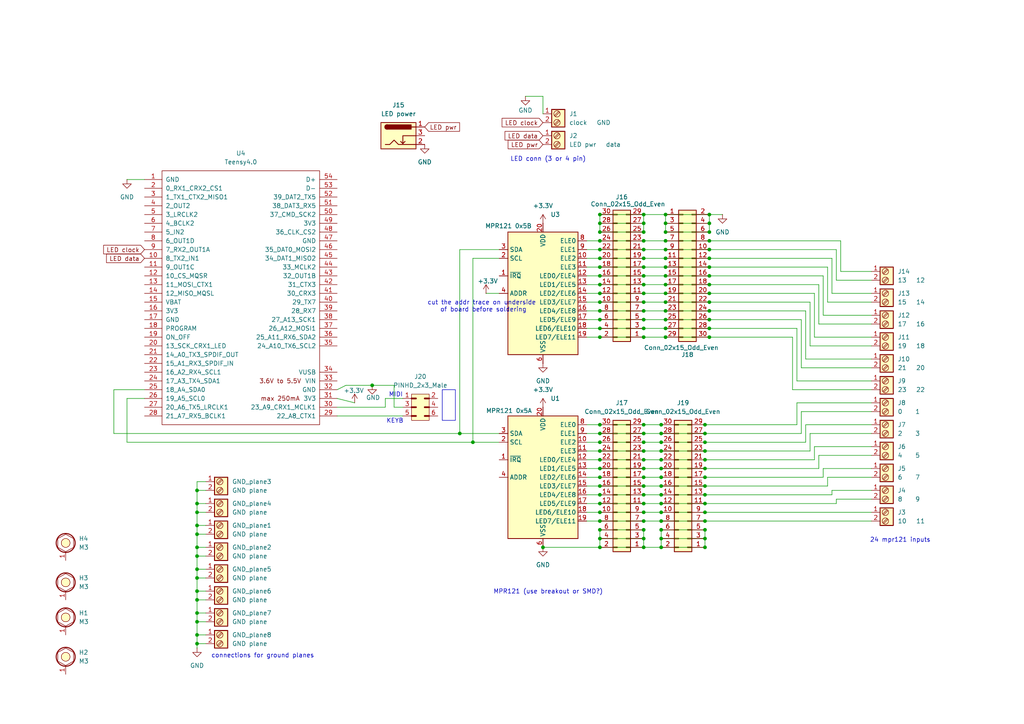
<source format=kicad_sch>
(kicad_sch (version 20231120) (generator "eeschema") (generator_version "8.0")
  (paper "A4")
  (lib_symbols
    (symbol "Connector:Barrel_Jack_Switch" (pin_names hide)
      (property "Reference" "J" (at 0 5.334 0))
      (property "Value" "Barrel_Jack_Switch" (at 0 -5.08 0))
      (symbol "Barrel_Jack_Switch_0_1"
        (rectangle (start -5.08 3.81) (end 5.08 -3.81) (stroke (width 0.254)) (fill (type background)))
        (arc (start -3.302 3.175) (mid -3.9343 2.54) (end -3.302 1.905) (stroke (width 0.254)))
        (arc (start -3.302 3.175) (mid -3.9343 2.54) (end -3.302 1.905) (stroke (width 0.254)) (fill (type outline)))
        (polyline (pts (xy 1.27 -2.286) (xy 1.905 -1.651)) (stroke (width 0.254)))
        (polyline (pts (xy 5.08 2.54) (xy 3.81 2.54)) (stroke (width 0.254)))
        (polyline (pts (xy 5.08 0) (xy 1.27 0) (xy 1.27 -2.286) (xy 0.635 -1.651)) (stroke (width 0.254)))
        (polyline (pts (xy -3.81 -2.54) (xy -2.54 -2.54) (xy -1.27 -1.27) (xy 0 -2.54) (xy 2.54 -2.54) (xy 5.08 -2.54)) (stroke (width 0.254)))
        (rectangle (start 3.683 3.175) (end -3.302 1.905) (stroke (width 0.254)) (fill (type outline)))
      )
      (symbol "Barrel_Jack_Switch_1_1"
        (pin passive line (at 7.62 2.54 180) (length 2.54) (name "~") (number "1"))
        (pin passive line (at 7.62 -2.54 180) (length 2.54) (name "~") (number "2"))
        (pin passive line (at 7.62 0 180) (length 2.54) (name "~") (number "3"))
      )
    )
    (symbol "Connector_Generic:Conn_02x15_Odd_Even" (pin_names (offset 1.016) hide)
      (property "Reference" "J" (at 1.27 20.32 0))
      (property "Value" "Conn_02x15_Odd_Even" (at 1.27 -20.32 0))
      (symbol "Conn_02x15_Odd_Even_1_1"
        (rectangle (start -1.27 -17.653) (end 0 -17.907) (stroke (width 0.1524)))
        (rectangle (start -1.27 -15.113) (end 0 -15.367) (stroke (width 0.1524)))
        (rectangle (start -1.27 -12.573) (end 0 -12.827) (stroke (width 0.1524)))
        (rectangle (start -1.27 -10.033) (end 0 -10.287) (stroke (width 0.1524)))
        (rectangle (start -1.27 -7.493) (end 0 -7.747) (stroke (width 0.1524)))
        (rectangle (start -1.27 -4.953) (end 0 -5.207) (stroke (width 0.1524)))
        (rectangle (start -1.27 -2.413) (end 0 -2.667) (stroke (width 0.1524)))
        (rectangle (start -1.27 0.127) (end 0 -0.127) (stroke (width 0.1524)))
        (rectangle (start -1.27 2.667) (end 0 2.413) (stroke (width 0.1524)))
        (rectangle (start -1.27 5.207) (end 0 4.953) (stroke (width 0.1524)))
        (rectangle (start -1.27 7.747) (end 0 7.493) (stroke (width 0.1524)))
        (rectangle (start -1.27 10.287) (end 0 10.033) (stroke (width 0.1524)))
        (rectangle (start -1.27 12.827) (end 0 12.573) (stroke (width 0.1524)))
        (rectangle (start -1.27 15.367) (end 0 15.113) (stroke (width 0.1524)))
        (rectangle (start -1.27 17.907) (end 0 17.653) (stroke (width 0.1524)))
        (rectangle (start -1.27 19.05) (end 3.81 -19.05) (stroke (width 0.254)) (fill (type background)))
        (rectangle (start 3.81 -17.653) (end 2.54 -17.907) (stroke (width 0.1524)))
        (rectangle (start 3.81 -15.113) (end 2.54 -15.367) (stroke (width 0.1524)))
        (rectangle (start 3.81 -12.573) (end 2.54 -12.827) (stroke (width 0.1524)))
        (rectangle (start 3.81 -10.033) (end 2.54 -10.287) (stroke (width 0.1524)))
        (rectangle (start 3.81 -7.493) (end 2.54 -7.747) (stroke (width 0.1524)))
        (rectangle (start 3.81 -4.953) (end 2.54 -5.207) (stroke (width 0.1524)))
        (rectangle (start 3.81 -2.413) (end 2.54 -2.667) (stroke (width 0.1524)))
        (rectangle (start 3.81 0.127) (end 2.54 -0.127) (stroke (width 0.1524)))
        (rectangle (start 3.81 2.667) (end 2.54 2.413) (stroke (width 0.1524)))
        (rectangle (start 3.81 5.207) (end 2.54 4.953) (stroke (width 0.1524)))
        (rectangle (start 3.81 7.747) (end 2.54 7.493) (stroke (width 0.1524)))
        (rectangle (start 3.81 10.287) (end 2.54 10.033) (stroke (width 0.1524)))
        (rectangle (start 3.81 12.827) (end 2.54 12.573) (stroke (width 0.1524)))
        (rectangle (start 3.81 15.367) (end 2.54 15.113) (stroke (width 0.1524)))
        (rectangle (start 3.81 17.907) (end 2.54 17.653) (stroke (width 0.1524)))
        (pin passive line (at -5.08 17.78 0) (length 3.81) (name "Pin_1") (number "1"))
        (pin passive line (at 7.62 7.62 180) (length 3.81) (name "Pin_10") (number "10"))
        (pin passive line (at -5.08 5.08 0) (length 3.81) (name "Pin_11") (number "11"))
        (pin passive line (at 7.62 5.08 180) (length 3.81) (name "Pin_12") (number "12"))
        (pin passive line (at -5.08 2.54 0) (length 3.81) (name "Pin_13") (number "13"))
        (pin passive line (at 7.62 2.54 180) (length 3.81) (name "Pin_14") (number "14"))
        (pin passive line (at -5.08 0 0) (length 3.81) (name "Pin_15") (number "15"))
        (pin passive line (at 7.62 0 180) (length 3.81) (name "Pin_16") (number "16"))
        (pin passive line (at -5.08 -2.54 0) (length 3.81) (name "Pin_17") (number "17"))
        (pin passive line (at 7.62 -2.54 180) (length 3.81) (name "Pin_18") (number "18"))
        (pin passive line (at -5.08 -5.08 0) (length 3.81) (name "Pin_19") (number "19"))
        (pin passive line (at 7.62 17.78 180) (length 3.81) (name "Pin_2") (number "2"))
        (pin passive line (at 7.62 -5.08 180) (length 3.81) (name "Pin_20") (number "20"))
        (pin passive line (at -5.08 -7.62 0) (length 3.81) (name "Pin_21") (number "21"))
        (pin passive line (at 7.62 -7.62 180) (length 3.81) (name "Pin_22") (number "22"))
        (pin passive line (at -5.08 -10.16 0) (length 3.81) (name "Pin_23") (number "23"))
        (pin passive line (at 7.62 -10.16 180) (length 3.81) (name "Pin_24") (number "24"))
        (pin passive line (at -5.08 -12.7 0) (length 3.81) (name "Pin_25") (number "25"))
        (pin passive line (at 7.62 -12.7 180) (length 3.81) (name "Pin_26") (number "26"))
        (pin passive line (at -5.08 -15.24 0) (length 3.81) (name "Pin_27") (number "27"))
        (pin passive line (at 7.62 -15.24 180) (length 3.81) (name "Pin_28") (number "28"))
        (pin passive line (at -5.08 -17.78 0) (length 3.81) (name "Pin_29") (number "29"))
        (pin passive line (at -5.08 15.24 0) (length 3.81) (name "Pin_3") (number "3"))
        (pin passive line (at 7.62 -17.78 180) (length 3.81) (name "Pin_30") (number "30"))
        (pin passive line (at 7.62 15.24 180) (length 3.81) (name "Pin_4") (number "4"))
        (pin passive line (at -5.08 12.7 0) (length 3.81) (name "Pin_5") (number "5"))
        (pin passive line (at 7.62 12.7 180) (length 3.81) (name "Pin_6") (number "6"))
        (pin passive line (at -5.08 10.16 0) (length 3.81) (name "Pin_7") (number "7"))
        (pin passive line (at 7.62 10.16 180) (length 3.81) (name "Pin_8") (number "8"))
        (pin passive line (at -5.08 7.62 0) (length 3.81) (name "Pin_9") (number "9"))
      )
    )
    (symbol "PCM_SL_Mechanical:M3_Hole_With_Spacer_H10mm"
      (property "Reference" "H" (at 0 7.62 0))
      (property "Value" "M3_Hole_With_Spacer_H10mm" (at 0 5.08 0))
      (symbol "M3_Hole_With_Spacer_H10mm_0_1"
        (polyline (pts (xy -2.286 1.27) (xy -2.286 -1.27) (xy 0 -2.54) (xy 2.286 -1.27) (xy 2.286 1.27) (xy 0 2.54) (xy -2.286 1.27)))
        (circle (center 0 0) (radius 1.27) (fill (type background)))
        (circle (center 0 0) (radius 2.7451) (stroke (width 0.3)))
      )
      (symbol "M3_Hole_With_Spacer_H10mm_1_1"
        (pin passive line (at 0 -5.08 90) (length 2.54) (name "") (number "1"))
      )
    )
    (symbol "PCM_SL_Pin_Headers:PINHD_2x3_Male"
      (property "Reference" "J" (at -1.27 6.35 0))
      (property "Value" "PINHD_2x3_Male" (at -1.27 3.81 0))
      (symbol "PINHD_2x3_Male_0_1"
        (rectangle (start -2.54 2.54) (end 2.54 -5.08) (fill (type background)))
        (polyline (pts (xy -2.54 -3.81) (xy -1.27 -3.81)) (stroke (width 0.5)))
        (polyline (pts (xy -2.54 -1.27) (xy -1.27 -1.27)) (stroke (width 0.3)))
        (polyline (pts (xy -2.54 -1.27) (xy -1.27 -1.27)) (stroke (width 0.5)))
        (polyline (pts (xy -2.54 1.27) (xy -1.27 1.27)) (stroke (width 0.5)))
        (polyline (pts (xy 1.27 -3.81) (xy 2.54 -3.81)) (stroke (width 0.5)))
        (polyline (pts (xy 1.27 -1.27) (xy 2.54 -1.27)) (stroke (width 0.5)))
        (polyline (pts (xy 1.27 1.27) (xy 2.54 1.27)) (stroke (width 0.5)))
      )
      (symbol "PINHD_2x3_Male_1_1"
        (pin passive line (at -5.08 1.27 0) (length 2.54) (name "") (number "1"))
        (pin passive line (at 5.08 1.27 180) (length 2.54) (name "") (number "2"))
        (pin passive line (at -5.08 -1.27 0) (length 2.54) (name "") (number "3"))
        (pin passive line (at 5.08 -1.27 180) (length 2.54) (name "") (number "4"))
        (pin passive line (at -5.08 -3.81 0) (length 2.54) (name "") (number "5"))
        (pin passive line (at 5.08 -3.81 180) (length 2.54) (name "") (number "6"))
      )
    )
    (symbol "PCM_SL_Screw_Terminal:Screw_Terminal_2_P3.50mm"
      (property "Reference" "J" (at 0 3.81 0))
      (property "Value" "Screw_Terminal_2_P3.50mm" (at 0 -3.81 0))
      (symbol "Screw_Terminal_2_P3.50mm_0_1"
        (rectangle (start -1.27 2.54) (end 2.54 -2.54) (stroke (width 0.3)) (fill (type background)))
        (polyline (pts (xy -0.254 -2.032) (xy 1.016 -0.762)))
        (polyline (pts (xy -0.254 0.508) (xy 1.016 1.778)))
        (polyline (pts (xy 0 -1.27) (xy -0.508 -1.778) (xy 0.762 -0.508)))
        (polyline (pts (xy 0 1.27) (xy -0.508 0.762) (xy 0.762 2.032)))
        (circle (center 0.254 -1.27) (radius 0.9158))
        (circle (center 0.254 1.27) (radius 0.9158))
      )
      (symbol "Screw_Terminal_2_P3.50mm_1_1"
        (pin passive line (at -3.81 1.27 0) (length 2.54) (name "") (number "1"))
        (pin passive line (at -3.81 -1.27 0) (length 2.54) (name "") (number "2"))
      )
    )
    (symbol "Sensor_Touch:MPR121_breakout_board"
      (property "Reference" "U3" (at 2.1941 22.86 0))
      (property "Value" "MPR121QR2" (at 2.1941 20.32 0))
      (symbol "MPR121_breakout_board_0_1"
        (rectangle (start -10.16 17.78) (end 10.16 -17.78) (stroke (width 0.254)) (fill (type background)))
      )
      (symbol "MPR121_breakout_board_1_1"
        (pin open_collector line (at -12.7 5.08 0) (length 2.54) (name "~{IRQ}") (number "1"))
        (pin passive line (at 12.7 10.16 180) (length 2.54) (name "ELE2") (number "10"))
        (pin passive line (at 12.7 7.62 180) (length 2.54) (name "ELE3") (number "11"))
        (pin passive line (at 12.7 5.08 180) (length 2.54) (name "LED0/ELE4") (number "12"))
        (pin passive line (at 12.7 2.54 180) (length 2.54) (name "LED1/ELE5") (number "13"))
        (pin passive line (at 12.7 0 180) (length 2.54) (name "LED2/ELE6") (number "14"))
        (pin passive line (at 12.7 -2.54 180) (length 2.54) (name "LED3/ELE7") (number "15"))
        (pin passive line (at 12.7 -5.08 180) (length 2.54) (name "LED4/ELE8") (number "16"))
        (pin passive line (at 12.7 -7.62 180) (length 2.54) (name "LED5/ELE9") (number "17"))
        (pin passive line (at 12.7 -10.16 180) (length 2.54) (name "LED6/ELE10") (number "18"))
        (pin passive line (at 12.7 -12.7 180) (length 2.54) (name "LED7/ELE11") (number "19"))
        (pin input line (at -12.7 10.16 0) (length 2.54) (name "SCL") (number "2"))
        (pin power_in line (at 0 20.32 270) (length 2.54) (name "VDD") (number "20"))
        (pin bidirectional line (at -12.7 12.7 0) (length 2.54) (name "SDA") (number "3"))
        (pin input line (at -12.7 0 0) (length 2.54) (name "ADDR") (number "4"))
        (pin power_in line (at 0 -20.32 90) (length 2.54) (name "VSS") (number "6"))
        (pin passive line (at 12.7 15.24 180) (length 2.54) (name "ELE0") (number "8"))
        (pin passive line (at 12.7 12.7 180) (length 2.54) (name "ELE1") (number "9"))
      )
    )
    (symbol "power:+3.3V" (power) (pin_numbers hide) (pin_names (offset 0) hide)
      (property "Value" "+3.3V" (at 0 3.556 0))
      (symbol "+3.3V_0_1"
        (polyline (pts (xy -0.762 1.27) (xy 0 2.54)))
        (polyline (pts (xy 0 0) (xy 0 2.54)))
        (polyline (pts (xy 0 2.54) (xy 0.762 1.27)))
      )
      (symbol "+3.3V_1_1"
        (pin power_in line (at 0 0 90) (length 0) (name "~") (number "1"))
      )
    )
    (symbol "power:GND" (power) (pin_numbers hide) (pin_names (offset 0) hide)
      (property "Value" "GND" (at 0 -3.81 0))
      (symbol "GND_0_1"
        (polyline (pts (xy 0 0) (xy 0 -1.27) (xy 1.27 -1.27) (xy 0 -2.54) (xy -1.27 -1.27) (xy 0 -1.27)))
      )
      (symbol "GND_1_1"
        (pin power_in line (at 0 0 270) (length 0) (name "~") (number "1"))
      )
    )
    (symbol "teensy:Teensy4.0" (pin_names (offset 1.016))
      (property "Reference" "U" (at 0 39.37 0))
      (property "Value" "Teensy4.0" (at 0 -39.37 0))
      (symbol "Teensy4.0_0_0"
        (text "3.6V to 5.5V" (at 11.43 -24.13 0) (effects (font (size 1.27 1.27))))
        (text "max 250mA" (at 11.43 -29.21 0) (effects (font (size 1.27 1.27))))
        (pin bidirectional line (at -27.94 11.43 0) (length 5.08) (name "8_TX2_IN1") (number "10"))
        (pin bidirectional line (at -27.94 8.89 0) (length 5.08) (name "9_OUT1C") (number "11"))
        (pin bidirectional line (at -27.94 6.35 0) (length 5.08) (name "10_CS_MQSR") (number "12"))
        (pin bidirectional line (at -27.94 3.81 0) (length 5.08) (name "11_MOSI_CTX1") (number "13"))
        (pin bidirectional line (at -27.94 1.27 0) (length 5.08) (name "12_MISO_MQSL") (number "14"))
        (pin power_in line (at -27.94 -1.27 0) (length 5.08) (name "VBAT") (number "15"))
        (pin power_in line (at -27.94 -3.81 0) (length 5.08) (name "3V3") (number "16"))
        (pin power_in line (at -27.94 -6.35 0) (length 5.08) (name "GND") (number "17"))
        (pin input line (at -27.94 -8.89 0) (length 5.08) (name "PROGRAM") (number "18"))
        (pin input line (at -27.94 -11.43 0) (length 5.08) (name "ON_OFF") (number "19"))
        (pin bidirectional line (at -27.94 -13.97 0) (length 5.08) (name "13_SCK_CRX1_LED") (number "20"))
        (pin bidirectional line (at -27.94 -16.51 0) (length 5.08) (name "14_A0_TX3_SPDIF_OUT") (number "21"))
        (pin bidirectional line (at -27.94 -19.05 0) (length 5.08) (name "15_A1_RX3_SPDIF_IN") (number "22"))
        (pin bidirectional line (at -27.94 -21.59 0) (length 5.08) (name "16_A2_RX4_SCL1") (number "23"))
        (pin bidirectional line (at -27.94 -24.13 0) (length 5.08) (name "17_A3_TX4_SDA1") (number "24"))
        (pin bidirectional line (at -27.94 -26.67 0) (length 5.08) (name "18_A4_SDA0") (number "25"))
        (pin bidirectional line (at -27.94 -29.21 0) (length 5.08) (name "19_A5_SCL0") (number "26"))
        (pin bidirectional line (at -27.94 -31.75 0) (length 5.08) (name "20_A6_TX5_LRCLK1") (number "27"))
        (pin bidirectional line (at -27.94 -34.29 0) (length 5.08) (name "21_A7_RX5_BCLK1") (number "28"))
        (pin bidirectional line (at 27.94 -34.29 180) (length 5.08) (name "22_A8_CTX1") (number "29"))
        (pin bidirectional line (at 27.94 -31.75 180) (length 5.08) (name "23_A9_CRX1_MCLK1") (number "30"))
        (pin power_out line (at 27.94 -29.21 180) (length 5.08) (name "3V3") (number "31"))
        (pin power_in line (at 27.94 -26.67 180) (length 5.08) (name "GND") (number "32"))
        (pin power_in line (at 27.94 -24.13 180) (length 5.08) (name "VIN") (number "33"))
        (pin power_out line (at 27.94 -21.59 180) (length 5.08) (name "VUSB") (number "34"))
        (pin bidirectional line (at 27.94 -13.97 180) (length 5.08) (name "24_A10_TX6_SCL2") (number "35"))
        (pin bidirectional line (at 27.94 -11.43 180) (length 5.08) (name "25_A11_RX6_SDA2") (number "36"))
        (pin bidirectional line (at 27.94 -8.89 180) (length 5.08) (name "26_A12_MOSI1") (number "37"))
        (pin bidirectional line (at 27.94 -6.35 180) (length 5.08) (name "27_A13_SCK1") (number "38"))
        (pin bidirectional line (at 27.94 -3.81 180) (length 5.08) (name "28_RX7") (number "39"))
        (pin bidirectional line (at 27.94 -1.27 180) (length 5.08) (name "29_TX7") (number "40"))
        (pin bidirectional line (at 27.94 1.27 180) (length 5.08) (name "30_CRX3") (number "41"))
        (pin bidirectional line (at 27.94 3.81 180) (length 5.08) (name "31_CTX3") (number "42"))
        (pin bidirectional line (at 27.94 6.35 180) (length 5.08) (name "32_OUT1B") (number "43"))
        (pin bidirectional line (at 27.94 8.89 180) (length 5.08) (name "33_MCLK2") (number "44"))
        (pin bidirectional line (at 27.94 11.43 180) (length 5.08) (name "34_DAT1_MISO2") (number "45"))
        (pin bidirectional line (at 27.94 13.97 180) (length 5.08) (name "35_DAT0_MOSI2") (number "46"))
        (pin power_out line (at 27.94 16.51 180) (length 5.08) (name "GND") (number "47"))
        (pin bidirectional line (at 27.94 19.05 180) (length 5.08) (name "36_CLK_CS2") (number "48"))
        (pin power_out line (at 27.94 21.59 180) (length 5.08) (name "3V3") (number "49"))
        (pin bidirectional line (at -27.94 24.13 0) (length 5.08) (name "3_LRCLK2") (number "5"))
        (pin bidirectional line (at 27.94 24.13 180) (length 5.08) (name "37_CMD_SCK2") (number "50"))
        (pin bidirectional line (at 27.94 26.67 180) (length 5.08) (name "38_DAT3_RX5") (number "51"))
        (pin bidirectional line (at 27.94 29.21 180) (length 5.08) (name "39_DAT2_TX5") (number "52"))
        (pin bidirectional line (at 27.94 31.75 180) (length 5.08) (name "D-") (number "53"))
        (pin bidirectional line (at 27.94 34.29 180) (length 5.08) (name "D+") (number "54"))
        (pin bidirectional line (at -27.94 21.59 0) (length 5.08) (name "4_BCLK2") (number "6"))
        (pin bidirectional line (at -27.94 19.05 0) (length 5.08) (name "5_IN2") (number "7"))
        (pin bidirectional line (at -27.94 16.51 0) (length 5.08) (name "6_OUT1D") (number "8"))
        (pin bidirectional line (at -27.94 13.97 0) (length 5.08) (name "7_RX2_OUT1A") (number "9"))
      )
      (symbol "Teensy4.0_0_1"
        (rectangle (start -22.86 36.83) (end 22.86 -36.83))
        (rectangle (start -20.32 -31.75) (end -20.32 -31.75))
      )
      (symbol "Teensy4.0_1_1"
        (pin power_in line (at -27.94 34.29 0) (length 5.08) (name "GND") (number "1"))
        (pin bidirectional line (at -27.94 31.75 0) (length 5.08) (name "0_RX1_CRX2_CS1") (number "2"))
        (pin bidirectional line (at -27.94 29.21 0) (length 5.08) (name "1_TX1_CTX2_MISO1") (number "3"))
        (pin bidirectional line (at -27.94 26.67 0) (length 5.08) (name "2_OUT2") (number "4"))
      )
    )
  )
  (junction (at 193.04 95.25))
  (junction (at 186.69 72.39))
  (junction (at 193.04 85.09))
  (junction (at 173.99 151.13))
  (junction (at 191.77 148.59))
  (junction (at 204.47 143.51))
  (junction (at 173.99 153.67))
  (junction (at 173.99 74.93))
  (junction (at 205.74 62.23))
  (junction (at 173.99 90.17))
  (junction (at 186.69 133.35))
  (junction (at 186.69 80.01))
  (junction (at 173.99 123.19))
  (junction (at 204.47 153.67))
  (junction (at 186.69 67.31))
  (junction (at 186.69 62.23))
  (junction (at 57.15 161.29))
  (junction (at 173.99 158.75))
  (junction (at 193.04 87.63))
  (junction (at 57.15 167.64))
  (junction (at 205.74 97.79))
  (junction (at 191.77 138.43))
  (junction (at 204.47 146.05))
  (junction (at 205.74 77.47))
  (junction (at 205.74 67.31))
  (junction (at 173.99 140.97))
  (junction (at 205.74 85.09))
  (junction (at 205.74 80.01))
  (junction (at 191.77 135.89))
  (junction (at 57.15 171.45))
  (junction (at 57.15 165.1))
  (junction (at 57.15 173.99))
  (junction (at 193.04 69.85))
  (junction (at 186.69 153.67))
  (junction (at 193.04 74.93))
  (junction (at 186.69 140.97))
  (junction (at 204.47 135.89))
  (junction (at 173.99 146.05))
  (junction (at 205.74 90.17))
  (junction (at 191.77 140.97))
  (junction (at 173.99 128.27))
  (junction (at 186.69 64.77))
  (junction (at 204.47 140.97))
  (junction (at 186.69 85.09))
  (junction (at 57.15 142.24))
  (junction (at 173.99 77.47))
  (junction (at 204.47 130.81))
  (junction (at 186.69 74.93))
  (junction (at 191.77 151.13))
  (junction (at 186.69 90.17))
  (junction (at 186.69 97.79))
  (junction (at 204.47 158.75))
  (junction (at 193.04 62.23))
  (junction (at 205.74 64.77))
  (junction (at 173.99 92.71))
  (junction (at 173.99 135.89))
  (junction (at 205.74 69.85))
  (junction (at 57.15 184.15))
  (junction (at 191.77 130.81))
  (junction (at 193.04 90.17))
  (junction (at 191.77 125.73))
  (junction (at 57.15 152.4))
  (junction (at 173.99 87.63))
  (junction (at 186.69 128.27))
  (junction (at 186.69 146.05))
  (junction (at 173.99 80.01))
  (junction (at 173.99 138.43))
  (junction (at 186.69 69.85))
  (junction (at 173.99 97.79))
  (junction (at 193.04 92.71))
  (junction (at 204.47 133.35))
  (junction (at 186.69 87.63))
  (junction (at 204.47 125.73))
  (junction (at 191.77 158.75))
  (junction (at 173.99 143.51))
  (junction (at 57.15 146.05))
  (junction (at 173.99 156.21))
  (junction (at 193.04 77.47))
  (junction (at 186.69 151.13))
  (junction (at 205.74 74.93))
  (junction (at 173.99 72.39))
  (junction (at 186.69 125.73))
  (junction (at 173.99 67.31))
  (junction (at 186.69 82.55))
  (junction (at 57.15 186.69))
  (junction (at 173.99 69.85))
  (junction (at 193.04 97.79))
  (junction (at 204.47 123.19))
  (junction (at 205.74 82.55))
  (junction (at 191.77 146.05))
  (junction (at 204.47 128.27))
  (junction (at 191.77 153.67))
  (junction (at 193.04 80.01))
  (junction (at 193.04 64.77))
  (junction (at 191.77 123.19))
  (junction (at 186.69 148.59))
  (junction (at 107.95 111.76))
  (junction (at 186.69 156.21))
  (junction (at 57.15 158.75))
  (junction (at 193.04 67.31))
  (junction (at 204.47 138.43))
  (junction (at 173.99 125.73))
  (junction (at 204.47 148.59))
  (junction (at 191.77 143.51))
  (junction (at 173.99 133.35))
  (junction (at 186.69 95.25))
  (junction (at 204.47 156.21))
  (junction (at 57.15 148.59))
  (junction (at 186.69 138.43))
  (junction (at 57.15 154.94))
  (junction (at 186.69 143.51))
  (junction (at 137.16 128.27))
  (junction (at 186.69 123.19))
  (junction (at 205.74 72.39))
  (junction (at 205.74 92.71))
  (junction (at 173.99 95.25))
  (junction (at 173.99 148.59))
  (junction (at 193.04 72.39))
  (junction (at 173.99 62.23))
  (junction (at 57.15 177.8))
  (junction (at 205.74 87.63))
  (junction (at 157.48 158.75))
  (junction (at 186.69 130.81))
  (junction (at 186.69 158.75))
  (junction (at 173.99 82.55))
  (junction (at 57.15 180.34))
  (junction (at 133.35 125.73))
  (junction (at 191.77 133.35))
  (junction (at 191.77 156.21))
  (junction (at 193.04 82.55))
  (junction (at 186.69 92.71))
  (junction (at 204.47 151.13))
  (junction (at 173.99 85.09))
  (junction (at 191.77 128.27))
  (junction (at 173.99 64.77))
  (junction (at 205.74 95.25))
  (junction (at 186.69 77.47))
  (junction (at 186.69 135.89))
  (junction (at 173.99 130.81))
  (wire (pts (xy 57.15 161.29) (xy 57.15 165.1)))
  (wire (pts (xy 170.18 146.05) (xy 173.99 146.05)))
  (wire (pts (xy 204.47 130.81) (xy 191.77 130.81)))
  (wire (pts (xy 205.74 80.01) (xy 238.76 80.01)))
  (wire (pts (xy 186.69 97.79) (xy 193.04 97.79)))
  (wire (pts (xy 41.91 113.03) (xy 33.02 113.03)))
  (wire (pts (xy 59.69 177.8) (xy 57.15 177.8)))
  (wire (pts (xy 133.35 125.73) (xy 144.78 125.73)))
  (wire (pts (xy 204.47 133.35) (xy 236.22 133.35)))
  (wire (pts (xy 242.57 146.05) (xy 242.57 144.78)))
  (wire (pts (xy 186.69 130.81) (xy 173.99 130.81)))
  (wire (pts (xy 59.69 158.75) (xy 57.15 158.75)))
  (wire (pts (xy 186.69 125.73) (xy 191.77 125.73)))
  (wire (pts (xy 170.18 148.59) (xy 173.99 148.59)))
  (wire (pts (xy 193.04 82.55) (xy 205.74 82.55)))
  (wire (pts (xy 186.69 148.59) (xy 191.77 148.59)))
  (wire (pts (xy 57.15 142.24) (xy 57.15 146.05)))
  (wire (pts (xy 205.74 74.93) (xy 241.3 74.93)))
  (wire (pts (xy 173.99 82.55) (xy 186.69 82.55)))
  (wire (pts (xy 59.69 161.29) (xy 57.15 161.29)))
  (wire (pts (xy 252.73 85.09) (xy 241.3 85.09)))
  (wire (pts (xy 229.87 113.03) (xy 229.87 97.79)))
  (wire (pts (xy 170.18 74.93) (xy 173.99 74.93)))
  (wire (pts (xy 204.47 123.19) (xy 231.14 123.19)))
  (wire (pts (xy 186.69 72.39) (xy 193.04 72.39)))
  (wire (pts (xy 186.69 125.73) (xy 173.99 125.73)))
  (wire (pts (xy 204.47 146.05) (xy 191.77 146.05)))
  (wire (pts (xy 170.18 90.17) (xy 173.99 90.17)))
  (wire (pts (xy 170.18 82.55) (xy 173.99 82.55)))
  (wire (pts (xy 170.18 87.63) (xy 173.99 87.63)))
  (wire (pts (xy 137.16 128.27) (xy 137.16 74.93)))
  (wire (pts (xy 186.69 123.19) (xy 191.77 123.19)))
  (wire (pts (xy 205.74 72.39) (xy 242.57 72.39)))
  (wire (pts (xy 205.74 92.71) (xy 232.41 92.71)))
  (wire (pts (xy 186.69 82.55) (xy 193.04 82.55)))
  (wire (pts (xy 204.47 153.67) (xy 204.47 156.21)))
  (wire (pts (xy 173.99 74.93) (xy 186.69 74.93)))
  (wire (pts (xy 204.47 148.59) (xy 191.77 148.59)))
  (wire (pts (xy 59.69 184.15) (xy 57.15 184.15)))
  (wire (pts (xy 252.73 97.79) (xy 236.22 97.79)))
  (wire (pts (xy 205.74 64.77) (xy 193.04 64.77)))
  (wire (pts (xy 170.18 140.97) (xy 173.99 140.97)))
  (wire (pts (xy 170.18 143.51) (xy 173.99 143.51)))
  (wire (pts (xy 233.68 128.27) (xy 233.68 123.19)))
  (wire (pts (xy 236.22 97.79) (xy 236.22 85.09)))
  (wire (pts (xy 57.15 148.59) (xy 57.15 152.4)))
  (wire (pts (xy 170.18 95.25) (xy 173.99 95.25)))
  (wire (pts (xy 204.47 128.27) (xy 233.68 128.27)))
  (wire (pts (xy 170.18 130.81) (xy 173.99 130.81)))
  (wire (pts (xy 133.35 72.39) (xy 133.35 125.73)))
  (wire (pts (xy 241.3 85.09) (xy 241.3 74.93)))
  (wire (pts (xy 59.69 154.94) (xy 57.15 154.94)))
  (wire (pts (xy 157.48 27.94) (xy 157.48 33.02)))
  (wire (pts (xy 193.04 95.25) (xy 205.74 95.25)))
  (wire (pts (xy 237.49 135.89) (xy 237.49 132.08)))
  (wire (pts (xy 252.73 78.74) (xy 243.84 78.74)))
  (wire (pts (xy 252.73 104.14) (xy 233.68 104.14)))
  (wire (pts (xy 186.69 148.59) (xy 173.99 148.59)))
  (wire (pts (xy 193.04 67.31) (xy 193.04 64.77)))
  (wire (pts (xy 205.74 64.77) (xy 205.74 62.23)))
  (wire (pts (xy 204.47 143.51) (xy 191.77 143.51)))
  (wire (pts (xy 204.47 158.75) (xy 204.47 156.21)))
  (wire (pts (xy 204.47 135.89) (xy 191.77 135.89)))
  (wire (pts (xy 137.16 74.93) (xy 144.78 74.93)))
  (wire (pts (xy 204.47 125.73) (xy 232.41 125.73)))
  (wire (pts (xy 242.57 81.28) (xy 242.57 72.39)))
  (wire (pts (xy 232.41 92.71) (xy 232.41 106.68)))
  (wire (pts (xy 205.74 82.55) (xy 237.49 82.55)))
  (wire (pts (xy 173.99 151.13) (xy 186.69 151.13)))
  (wire (pts (xy 232.41 125.73) (xy 232.41 119.38)))
  (wire (pts (xy 59.69 148.59) (xy 57.15 148.59)))
  (wire (pts (xy 204.47 140.97) (xy 240.03 140.97)))
  (wire (pts (xy 191.77 151.13) (xy 204.47 151.13)))
  (wire (pts (xy 252.73 93.98) (xy 237.49 93.98)))
  (wire (pts (xy 204.47 125.73) (xy 191.77 125.73)))
  (wire (pts (xy 234.95 100.33) (xy 234.95 87.63)))
  (wire (pts (xy 252.73 132.08) (xy 237.49 132.08)))
  (wire (pts (xy 204.47 128.27) (xy 191.77 128.27)))
  (wire (pts (xy 133.35 125.73) (xy 33.02 125.73)))
  (wire (pts (xy 57.15 173.99) (xy 57.15 177.8)))
  (wire (pts (xy 193.04 77.47) (xy 205.74 77.47)))
  (wire (pts (xy 193.04 92.71) (xy 205.74 92.71)))
  (wire (pts (xy 186.69 143.51) (xy 191.77 143.51)))
  (wire (pts (xy 173.99 92.71) (xy 186.69 92.71)))
  (wire (pts (xy 191.77 158.75) (xy 191.77 156.21)))
  (wire (pts (xy 144.78 128.27) (xy 137.16 128.27)))
  (wire (pts (xy 186.69 158.75) (xy 186.69 156.21)))
  (wire (pts (xy 252.73 113.03) (xy 229.87 113.03)))
  (wire (pts (xy 57.15 146.05) (xy 57.15 148.59)))
  (wire (pts (xy 204.47 140.97) (xy 191.77 140.97)))
  (wire (pts (xy 170.18 151.13) (xy 173.99 151.13)))
  (wire (pts (xy 193.04 90.17) (xy 205.74 90.17)))
  (wire (pts (xy 205.74 67.31) (xy 205.74 64.77)))
  (wire (pts (xy 204.47 151.13) (xy 252.73 151.13)))
  (wire (pts (xy 170.18 85.09) (xy 173.99 85.09)))
  (wire (pts (xy 173.99 123.19) (xy 186.69 123.19)))
  (wire (pts (xy 186.69 146.05) (xy 173.99 146.05)))
  (wire (pts (xy 191.77 153.67) (xy 191.77 156.21)))
  (wire (pts (xy 186.69 140.97) (xy 173.99 140.97)))
  (wire (pts (xy 186.69 92.71) (xy 193.04 92.71)))
  (wire (pts (xy 59.69 139.7) (xy 57.15 139.7)))
  (wire (pts (xy 36.83 128.27) (xy 137.16 128.27)))
  (wire (pts (xy 186.69 153.67) (xy 186.69 156.21)))
  (wire (pts (xy 252.73 135.89) (xy 238.76 135.89)))
  (wire (pts (xy 173.99 153.67) (xy 186.69 153.67)))
  (wire (pts (xy 252.73 129.54) (xy 236.22 129.54)))
  (wire (pts (xy 205.74 62.23) (xy 193.04 62.23)))
  (wire (pts (xy 114.3 118.11) (xy 114.3 111.76)))
  (wire (pts (xy 186.69 138.43) (xy 191.77 138.43)))
  (wire (pts (xy 173.99 62.23) (xy 186.69 62.23)))
  (wire (pts (xy 33.02 113.03) (xy 33.02 125.73)))
  (wire (pts (xy 170.18 72.39) (xy 173.99 72.39)))
  (wire (pts (xy 205.74 97.79) (xy 229.87 97.79)))
  (wire (pts (xy 205.74 90.17) (xy 233.68 90.17)))
  (wire (pts (xy 231.14 123.19) (xy 231.14 116.84)))
  (wire (pts (xy 204.47 130.81) (xy 234.95 130.81)))
  (wire (pts (xy 252.73 91.44) (xy 238.76 91.44)))
  (wire (pts (xy 186.69 128.27) (xy 173.99 128.27)))
  (wire (pts (xy 59.69 171.45) (xy 57.15 171.45)))
  (wire (pts (xy 191.77 158.75) (xy 204.47 158.75)))
  (wire (pts (xy 170.18 97.79) (xy 173.99 97.79)))
  (wire (pts (xy 231.14 110.49) (xy 231.14 95.25)))
  (wire (pts (xy 57.15 139.7) (xy 57.15 142.24)))
  (wire (pts (xy 111.76 115.57) (xy 116.84 115.57)))
  (wire (pts (xy 59.69 142.24) (xy 57.15 142.24)))
  (wire (pts (xy 186.69 80.01) (xy 193.04 80.01)))
  (wire (pts (xy 252.73 123.19) (xy 233.68 123.19)))
  (wire (pts (xy 204.47 146.05) (xy 242.57 146.05)))
  (wire (pts (xy 36.83 115.57) (xy 36.83 128.27)))
  (wire (pts (xy 205.74 67.31) (xy 193.04 67.31)))
  (wire (pts (xy 204.47 133.35) (xy 191.77 133.35)))
  (wire (pts (xy 173.99 67.31) (xy 173.99 64.77)))
  (wire (pts (xy 204.47 138.43) (xy 191.77 138.43)))
  (wire (pts (xy 205.74 69.85) (xy 243.84 69.85)))
  (wire (pts (xy 173.99 80.01) (xy 186.69 80.01)))
  (wire (pts (xy 186.69 135.89) (xy 191.77 135.89)))
  (wire (pts (xy 57.15 186.69) (xy 57.15 187.96)))
  (wire (pts (xy 170.18 125.73) (xy 173.99 125.73)))
  (wire (pts (xy 173.99 77.47) (xy 186.69 77.47)))
  (wire (pts (xy 59.69 152.4) (xy 57.15 152.4)))
  (wire (pts (xy 193.04 80.01) (xy 205.74 80.01)))
  (wire (pts (xy 170.18 138.43) (xy 173.99 138.43)))
  (wire (pts (xy 173.99 64.77) (xy 186.69 64.77)))
  (wire (pts (xy 59.69 167.64) (xy 57.15 167.64)))
  (wire (pts (xy 252.73 100.33) (xy 234.95 100.33)))
  (wire (pts (xy 59.69 165.1) (xy 57.15 165.1)))
  (wire (pts (xy 57.15 152.4) (xy 57.15 154.94)))
  (wire (pts (xy 186.69 135.89) (xy 173.99 135.89)))
  (wire (pts (xy 252.73 81.28) (xy 242.57 81.28)))
  (wire (pts (xy 232.41 106.68) (xy 252.73 106.68)))
  (wire (pts (xy 173.99 62.23) (xy 173.99 64.77)))
  (wire (pts (xy 173.99 95.25) (xy 186.69 95.25)))
  (wire (pts (xy 204.47 143.51) (xy 241.3 143.51)))
  (wire (pts (xy 193.04 62.23) (xy 186.69 62.23)))
  (wire (pts (xy 57.15 165.1) (xy 57.15 167.64)))
  (wire (pts (xy 233.68 104.14) (xy 233.68 90.17)))
  (wire (pts (xy 186.69 140.97) (xy 191.77 140.97)))
  (wire (pts (xy 205.74 62.23) (xy 209.55 62.23)))
  (wire (pts (xy 186.69 158.75) (xy 191.77 158.75)))
  (wire (pts (xy 193.04 87.63) (xy 205.74 87.63)))
  (wire (pts (xy 173.99 97.79) (xy 186.69 97.79)))
  (wire (pts (xy 170.18 135.89) (xy 173.99 135.89)))
  (wire (pts (xy 205.74 77.47) (xy 240.03 77.47)))
  (wire (pts (xy 193.04 72.39) (xy 205.74 72.39)))
  (wire (pts (xy 205.74 95.25) (xy 231.14 95.25)))
  (wire (pts (xy 240.03 140.97) (xy 240.03 138.43)))
  (wire (pts (xy 173.99 72.39) (xy 186.69 72.39)))
  (wire (pts (xy 186.69 143.51) (xy 173.99 143.51)))
  (wire (pts (xy 170.18 69.85) (xy 173.99 69.85)))
  (wire (pts (xy 204.47 148.59) (xy 252.73 148.59)))
  (wire (pts (xy 191.77 156.21) (xy 204.47 156.21)))
  (wire (pts (xy 97.79 120.65) (xy 116.84 120.65)))
  (wire (pts (xy 170.18 133.35) (xy 173.99 133.35)))
  (wire (pts (xy 193.04 64.77) (xy 193.04 62.23)))
  (wire (pts (xy 59.69 180.34) (xy 57.15 180.34)))
  (wire (pts (xy 186.69 69.85) (xy 193.04 69.85)))
  (wire (pts (xy 186.69 90.17) (xy 193.04 90.17)))
  (wire (pts (xy 41.91 115.57) (xy 36.83 115.57)))
  (wire (pts (xy 173.99 153.67) (xy 173.99 156.21)))
  (wire (pts (xy 241.3 143.51) (xy 241.3 142.24)))
  (wire (pts (xy 204.47 138.43) (xy 238.76 138.43)))
  (wire (pts (xy 252.73 87.63) (xy 240.03 87.63)))
  (wire (pts (xy 100.33 111.76) (xy 107.95 111.76)))
  (wire (pts (xy 232.41 119.38) (xy 252.73 119.38)))
  (wire (pts (xy 170.18 80.01) (xy 173.99 80.01)))
  (wire (pts (xy 186.69 138.43) (xy 173.99 138.43)))
  (wire (pts (xy 173.99 85.09) (xy 186.69 85.09)))
  (wire (pts (xy 170.18 77.47) (xy 173.99 77.47)))
  (wire (pts (xy 57.15 184.15) (xy 57.15 186.69)))
  (wire (pts (xy 57.15 167.64) (xy 57.15 171.45)))
  (wire (pts (xy 173.99 158.75) (xy 173.99 156.21)))
  (wire (pts (xy 186.69 87.63) (xy 193.04 87.63)))
  (wire (pts (xy 186.69 151.13) (xy 191.77 151.13)))
  (wire (pts (xy 59.69 146.05) (xy 57.15 146.05)))
  (wire (pts (xy 186.69 85.09) (xy 193.04 85.09)))
  (wire (pts (xy 170.18 128.27) (xy 173.99 128.27)))
  (wire (pts (xy 59.69 186.69) (xy 57.15 186.69)))
  (wire (pts (xy 173.99 87.63) (xy 186.69 87.63)))
  (wire (pts (xy 236.22 133.35) (xy 236.22 129.54)))
  (wire (pts (xy 173.99 90.17) (xy 186.69 90.17)))
  (wire (pts (xy 57.15 154.94) (xy 57.15 158.75)))
  (wire (pts (xy 186.69 133.35) (xy 191.77 133.35)))
  (wire (pts (xy 59.69 173.99) (xy 57.15 173.99)))
  (wire (pts (xy 252.73 110.49) (xy 231.14 110.49)))
  (wire (pts (xy 238.76 135.89) (xy 238.76 138.43)))
  (wire (pts (xy 186.69 128.27) (xy 191.77 128.27)))
  (wire (pts (xy 252.73 125.73) (xy 234.95 125.73)))
  (wire (pts (xy 100.33 111.76) (xy 97.79 113.03)))
  (wire (pts (xy 57.15 177.8) (xy 57.15 180.34)))
  (wire (pts (xy 231.14 116.84) (xy 252.73 116.84)))
  (wire (pts (xy 234.95 130.81) (xy 234.95 125.73)))
  (wire (pts (xy 111.76 118.11) (xy 111.76 115.57)))
  (wire (pts (xy 191.77 153.67) (xy 204.47 153.67)))
  (wire (pts (xy 186.69 67.31) (xy 186.69 64.77)))
  (wire (pts (xy 204.47 135.89) (xy 237.49 135.89)))
  (wire (pts (xy 157.48 158.75) (xy 173.99 158.75)))
  (wire (pts (xy 193.04 85.09) (xy 205.74 85.09)))
  (wire (pts (xy 170.18 123.19) (xy 173.99 123.19)))
  (wire (pts (xy 191.77 123.19) (xy 204.47 123.19)))
  (wire (pts (xy 237.49 93.98) (xy 237.49 82.55)))
  (wire (pts (xy 186.69 133.35) (xy 173.99 133.35)))
  (wire (pts (xy 193.04 97.79) (xy 205.74 97.79)))
  (wire (pts (xy 252.73 138.43) (xy 240.03 138.43)))
  (wire (pts (xy 240.03 87.63) (xy 240.03 77.47)))
  (wire (pts (xy 173.99 156.21) (xy 186.69 156.21)))
  (wire (pts (xy 140.97 85.09) (xy 144.78 85.09)))
  (wire (pts (xy 173.99 158.75) (xy 186.69 158.75)))
  (wire (pts (xy 186.69 130.81) (xy 191.77 130.81)))
  (wire (pts (xy 116.84 118.11) (xy 114.3 118.11)))
  (wire (pts (xy 57.15 158.75) (xy 57.15 161.29)))
  (wire (pts (xy 41.91 52.07) (xy 36.83 52.07)))
  (wire (pts (xy 186.69 62.23) (xy 186.69 64.77)))
  (wire (pts (xy 170.18 92.71) (xy 173.99 92.71)))
  (wire (pts (xy 205.74 87.63) (xy 234.95 87.63)))
  (wire (pts (xy 186.69 146.05) (xy 191.77 146.05)))
  (wire (pts (xy 193.04 69.85) (xy 205.74 69.85)))
  (wire (pts (xy 242.57 144.78) (xy 252.73 144.78)))
  (wire (pts (xy 114.3 111.76) (xy 107.95 111.76)))
  (wire (pts (xy 186.69 74.93) (xy 193.04 74.93)))
  (wire (pts (xy 144.78 72.39) (xy 133.35 72.39)))
  (wire (pts (xy 186.69 95.25) (xy 193.04 95.25)))
  (wire (pts (xy 57.15 180.34) (xy 57.15 184.15)))
  (wire (pts (xy 57.15 171.45) (xy 57.15 173.99)))
  (wire (pts (xy 193.04 74.93) (xy 205.74 74.93)))
  (wire (pts (xy 205.74 85.09) (xy 236.22 85.09)))
  (wire (pts (xy 173.99 69.85) (xy 186.69 69.85)))
  (wire (pts (xy 97.79 115.57) (xy 102.87 116.84)))
  (wire (pts (xy 157.48 27.94) (xy 152.4 27.94)))
  (wire (pts (xy 97.79 118.11) (xy 111.76 118.11)))
  (wire (pts (xy 186.69 77.47) (xy 193.04 77.47)))
  (wire (pts (xy 173.99 67.31) (xy 186.69 67.31)))
  (wire (pts (xy 238.76 91.44) (xy 238.76 80.01)))
  (wire (pts (xy 243.84 78.74) (xy 243.84 69.85)))
  (wire (pts (xy 241.3 142.24) (xy 252.73 142.24)))
  (rectangle (start 128.27 113.03) (end 132.08 121.92) (fill (type color)))
  (text "24 mpr121 inputs\n" (at 261.112 156.718 0) (effects (font (size 1.27 1.27))))
  (text "cut the addr trace on underside \nof board before soldering" (at 140.208 88.9 0) (effects (font (size 1.27 1.27))))
  (text "LED conn (3 or 4 pin)" (at 159.004 46.228 0) (effects (font (size 1.27 1.27))))
  (text "KEYB" (at 114.554 122.174 0) (effects (font (size 1.27 1.27))))
  (text "MIDI" (at 114.808 114.554 0) (effects (font (size 1.27 1.27))))
  (text "connections for ground planes" (at 76.2 190.246 0) (effects (font (size 1.27 1.27))))
  (text "MPR121 (use breakout or SMD?)\n" (at 159.004 171.704 0) (effects (font (size 1.27 1.27))))
  (global_label "LED clock" (shape input) (at 41.91 72.39 180) (property "Intersheetrefs" "${INTERSHEET_REFS}" (effects (hide yes))))
  (global_label "LED data" (shape input) (at 157.48 39.37 180) (property "Intersheetrefs" "${INTERSHEET_REFS}" (effects (hide yes))))
  (global_label "LED pwr" (shape input) (at 123.19 36.83 0) (property "Intersheetrefs" "${INTERSHEET_REFS}" (effects (hide yes))))
  (global_label "LED clock" (shape input) (at 157.48 35.56 180) (property "Intersheetrefs" "${INTERSHEET_REFS}" (effects (hide yes))))
  (global_label "LED data" (shape input) (at 41.91 74.93 180) (property "Intersheetrefs" "${INTERSHEET_REFS}" (effects (hide yes))))
  (global_label "LED pwr" (shape input) (at 157.48 41.91 180) (property "Intersheetrefs" "${INTERSHEET_REFS}" (effects (hide yes))))
  (symbol (lib_id "PCM_SL_Mechanical:M3_Hole_With_Spacer_H10mm") (at 19.05 157.48 0) (unit 1)
    (property "Reference" "H4" (at 22.86 156.2099 0) (effects (justify left)))
    (property "Value" "M3" (at 22.86 158.7499 0) (effects (justify left)))
    (property "Footprint" "PCM_SL_Mechanical:MountingHole_3.2mm_With_Spacer_H10mm" (effects (hide yes)))
    (property "Description" "3.2mm Diameter Mounting Hole Pad (M3) With Spacer H10mm" (effects (hide yes)))
  )
  (symbol (lib_id "PCM_SL_Screw_Terminal:Screw_Terminal_2_P3.50mm") (at 63.5 160.02 0) (unit 1)
    (property "Reference" "GND_plane2" (at 67.31 158.7499 0) (effects (justify left)))
    (property "Value" "GND plane" (at 67.31 161.2899 0) (effects (justify left)))
    (property "Footprint" "Connector_Phoenix_MC:PhoenixContact_MC_1,5_2-G-3.5_1x02_P3.50mm_Horizontal_sidebysideplacement_refSilks" (effects (hide yes)))
  )
  (symbol (lib_id "power:GND") (at 36.83 52.07 0) (unit 1)
    (property "Reference" "#PWR04" (effects (hide yes)))
    (property "Value" "GND" (at 36.83 57.15 0))
    (property "Description" "Power symbol creates a global label with name \"GND\" , ground" (effects (hide yes)))
  )
  (symbol (lib_id "power:GND") (at 57.15 187.96 0) (unit 1)
    (property "Reference" "#PWR012" (effects (hide yes)))
    (property "Value" "GND" (at 57.15 193.04 0))
    (property "Description" "Power symbol creates a global label with name \"GND\" , ground" (effects (hide yes)))
  )
  (symbol (lib_id "power:GND") (at 209.55 62.23 0) (unit 1)
    (property "Reference" "#PWR08" (effects (hide yes)))
    (property "Value" "GND" (at 209.55 67.31 0))
    (property "Description" "Power symbol creates a global label with name \"GND\" , ground" (effects (hide yes)))
  )
  (symbol (lib_id "PCM_SL_Screw_Terminal:Screw_Terminal_2_P3.50mm") (at 256.54 149.86 0) (unit 1)
    (property "Reference" "J3" (at 260.35 148.5899 0) (effects (justify left)))
    (property "Value" "10   11" (at 260.35 151.1299 0) (effects (justify left)))
    (property "Footprint" "Connector_Phoenix_MC:PhoenixContact_MC_1,5_2-G-3.5_1x02_P3.50mm_Horizontal_sidebysideplacement_refSilks" (effects (hide yes)))
  )
  (symbol (lib_id "PCM_SL_Screw_Terminal:Screw_Terminal_2_P3.50mm") (at 256.54 86.36 0) (unit 1)
    (property "Reference" "J13" (at 260.35 85.0899 0) (effects (justify left)))
    (property "Value" "15   14" (at 260.35 87.6299 0) (effects (justify left)))
    (property "Footprint" "Connector_Phoenix_MC:PhoenixContact_MC_1,5_2-G-3.5_1x02_P3.50mm_Horizontal_sidebysideplacement_refSilks" (effects (hide yes)))
  )
  (symbol (lib_id "power:+3.3V") (at 157.48 64.77 0) (unit 1)
    (property "Reference" "#PWR09" (effects (hide yes)))
    (property "Value" "+3.3V" (at 157.48 59.69 0))
    (property "Description" "Power symbol creates a global label with name \"+3.3V\"" (effects (hide yes)))
  )
  (symbol (lib_id "PCM_SL_Screw_Terminal:Screw_Terminal_2_P3.50mm") (at 256.54 111.76 0) (unit 1)
    (property "Reference" "J9" (at 260.35 110.4899 0) (effects (justify left)))
    (property "Value" "23   22" (at 260.35 113.0299 0) (effects (justify left)))
    (property "Footprint" "Connector_Phoenix_MC:PhoenixContact_MC_1,5_2-G-3.5_1x02_P3.50mm_Horizontal_sidebysideplacement_refSilks" (effects (hide yes)))
  )
  (symbol (lib_id "PCM_SL_Screw_Terminal:Screw_Terminal_2_P3.50mm") (at 63.5 147.32 0) (unit 1)
    (property "Reference" "GND_plane4" (at 67.31 146.0499 0) (effects (justify left)))
    (property "Value" "GND plane" (at 67.31 148.5899 0) (effects (justify left)))
    (property "Footprint" "Connector_Phoenix_MC:PhoenixContact_MC_1,5_2-G-3.5_1x02_P3.50mm_Horizontal_sidebysideplacement_refSilks" (effects (hide yes)))
  )
  (symbol (lib_id "PCM_SL_Screw_Terminal:Screw_Terminal_2_P3.50mm") (at 63.5 185.42 0) (unit 1)
    (property "Reference" "GND_plane8" (at 67.31 184.1499 0) (effects (justify left)))
    (property "Value" "GND plane" (at 67.31 186.6899 0) (effects (justify left)))
    (property "Footprint" "Connector_Phoenix_MC:PhoenixContact_MC_1,5_2-G-3.5_1x02_P3.50mm_Horizontal_sidebysideplacement_refSilks" (effects (hide yes)))
  )
  (symbol (lib_id "PCM_SL_Screw_Terminal:Screw_Terminal_2_P3.50mm") (at 256.54 143.51 0) (unit 1)
    (property "Reference" "J4" (at 260.35 142.2399 0) (effects (justify left)))
    (property "Value" "8    9" (at 260.35 144.7799 0) (effects (justify left)))
    (property "Footprint" "Connector_Phoenix_MC:PhoenixContact_MC_1,5_2-G-3.5_1x02_P3.50mm_Horizontal_sidebysideplacement_refSilks" (effects (hide yes)))
  )
  (symbol (lib_id "PCM_SL_Mechanical:M3_Hole_With_Spacer_H10mm") (at 19.05 190.5 0) (unit 1)
    (property "Reference" "H2" (at 22.86 189.2299 0) (effects (justify left)))
    (property "Value" "M3" (at 22.86 191.7699 0) (effects (justify left)))
    (property "Footprint" "PCM_SL_Mechanical:MountingHole_3.2mm_With_Spacer_H10mm" (effects (hide yes)))
    (property "Description" "3.2mm Diameter Mounting Hole Pad (M3) With Spacer H10mm" (effects (hide yes)))
  )
  (symbol (lib_id "Connector_Generic:Conn_02x15_Odd_Even") (at 199.39 140.97 180) (unit 1)
    (property "Reference" "J19" (at 198.12 116.84 0))
    (property "Value" "Conn_02x15_Odd_Even" (at 198.12 119.38 0))
    (property "Footprint" "Connector_PinHeader_2.54mm:PinHeader_2x15_P2.54mm_Vertical_SMD" (effects (hide yes)))
    (property "Description" "Generic connector, double row, 02x15, odd/even pin numbering scheme (row 1 odd numbers, row 2 even numbers), script generated (kicad-library-utils/schlib/autogen/connector/)" (effects (hide yes)))
  )
  (symbol (lib_id "Connector_Generic:Conn_02x15_Odd_Even") (at 181.61 80.01 180) (unit 1)
    (property "Reference" "J16" (at 180.34 57.15 0))
    (property "Value" "Conn_02x15_Odd_Even" (at 182.118 59.182 0))
    (property "Footprint" "Connector_PinHeader_2.54mm:PinHeader_2x15_P2.54mm_Vertical" (effects (hide yes)))
    (property "Description" "Generic connector, double row, 02x15, odd/even pin numbering scheme (row 1 odd numbers, row 2 even numbers), script generated (kicad-library-utils/schlib/autogen/connector/)" (effects (hide yes)))
  )
  (symbol (lib_id "power:+3.3V") (at 140.97 85.09 0) (unit 1)
    (property "Reference" "#PWR02" (effects (hide yes)))
    (property "Value" "+3.3V" (at 141.478 81.534 0))
    (property "Description" "Power symbol creates a global label with name \"+3.3V\"" (effects (hide yes)))
  )
  (symbol (lib_id "PCM_SL_Screw_Terminal:Screw_Terminal_2_P3.50mm") (at 256.54 105.41 0) (unit 1)
    (property "Reference" "J10" (at 260.35 104.1399 0) (effects (justify left)))
    (property "Value" "21   20" (at 260.35 106.6799 0) (effects (justify left)))
    (property "Footprint" "Connector_Phoenix_MC:PhoenixContact_MC_1,5_2-G-3.5_1x02_P3.50mm_Horizontal_sidebysideplacement_refSilks" (effects (hide yes)))
  )
  (symbol (lib_id "Connector_Generic:Conn_02x15_Odd_Even") (at 181.61 140.97 180) (unit 1)
    (property "Reference" "J17" (at 180.34 116.84 0))
    (property "Value" "Conn_02x15_Odd_Even" (at 180.34 119.38 0))
    (property "Footprint" "Connector_PinHeader_2.54mm:PinHeader_2x15_P2.54mm_Vertical" (effects (hide yes)))
    (property "Description" "Generic connector, double row, 02x15, odd/even pin numbering scheme (row 1 odd numbers, row 2 even numbers), script generated (kicad-library-utils/schlib/autogen/connector/)" (effects (hide yes)))
  )
  (symbol (lib_id "teensy:Teensy4.0") (at 69.85 86.36 0) (unit 1)
    (property "Reference" "U4" (at 69.85 44.45 0))
    (property "Value" "Teensy4.0" (at 69.85 46.99 0))
    (property "Footprint" "teensy.pretty-master:Teensy40" (effects (hide yes)))
  )
  (symbol (lib_id "PCM_SL_Screw_Terminal:Screw_Terminal_2_P3.50mm") (at 256.54 99.06 0) (unit 1)
    (property "Reference" "J11" (at 260.35 97.7899 0) (effects (justify left)))
    (property "Value" "19   18" (at 260.35 100.3299 0) (effects (justify left)))
    (property "Footprint" "Connector_Phoenix_MC:PhoenixContact_MC_1,5_2-G-3.5_1x02_P3.50mm_Horizontal_sidebysideplacement_refSilks" (effects (hide yes)))
  )
  (symbol (lib_id "PCM_SL_Screw_Terminal:Screw_Terminal_2_P3.50mm") (at 161.29 34.29 0) (unit 1)
    (property "Reference" "J1" (at 165.1 33.0199 0) (effects (justify left)))
    (property "Value" "clock   GND" (at 165.1 35.5599 0) (effects (justify left)))
    (property "Footprint" "Connector_Phoenix_MC:PhoenixContact_MC_1,5_2-G-3.5_1x02_P3.50mm_Horizontal_sidebysideplacement_refSilks" (effects (hide yes)))
  )
  (symbol (lib_id "PCM_SL_Screw_Terminal:Screw_Terminal_2_P3.50mm") (at 63.5 172.72 0) (unit 1)
    (property "Reference" "GND_plane6" (at 67.31 171.4499 0) (effects (justify left)))
    (property "Value" "GND plane" (at 67.31 173.9899 0) (effects (justify left)))
    (property "Footprint" "Connector_Phoenix_MC:PhoenixContact_MC_1,5_2-G-3.5_1x02_P3.50mm_Horizontal_sidebysideplacement_refSilks" (effects (hide yes)))
  )
  (symbol (lib_id "PCM_SL_Screw_Terminal:Screw_Terminal_2_P3.50mm") (at 161.29 40.64 0) (unit 1)
    (property "Reference" "J2" (at 165.1 39.3699 0) (effects (justify left)))
    (property "Value" "LED pwr   data" (at 165.1 41.9099 0) (effects (justify left)))
    (property "Footprint" "Connector_Phoenix_MC:PhoenixContact_MC_1,5_2-G-3.5_1x02_P3.50mm_Horizontal_sidebysideplacement_refSilks" (effects (hide yes)))
  )
  (symbol (lib_id "PCM_SL_Screw_Terminal:Screw_Terminal_2_P3.50mm") (at 63.5 153.67 0) (unit 1)
    (property "Reference" "GND_plane1" (at 67.31 152.3999 0) (effects (justify left)))
    (property "Value" "GND plane" (at 67.31 154.9399 0) (effects (justify left)))
    (property "Footprint" "Connector_Phoenix_MC:PhoenixContact_MC_1,5_2-G-3.5_1x02_P3.50mm_Horizontal_sidebysideplacement_refSilks" (effects (hide yes)))
  )
  (symbol (lib_id "PCM_SL_Screw_Terminal:Screw_Terminal_2_P3.50mm") (at 256.54 92.71 0) (unit 1)
    (property "Reference" "J12" (at 260.35 91.4399 0) (effects (justify left)))
    (property "Value" "17   16" (at 260.35 93.9799 0) (effects (justify left)))
    (property "Footprint" "Connector_Phoenix_MC:PhoenixContact_MC_1,5_2-G-3.5_1x02_P3.50mm_Horizontal_sidebysideplacement_refSilks" (effects (hide yes)))
  )
  (symbol (lib_id "PCM_SL_Screw_Terminal:Screw_Terminal_2_P3.50mm") (at 256.54 137.16 0) (unit 1)
    (property "Reference" "J5" (at 260.35 135.8899 0) (effects (justify left)))
    (property "Value" "6    7" (at 260.35 138.4299 0) (effects (justify left)))
    (property "Footprint" "Connector_Phoenix_MC:PhoenixContact_MC_1,5_2-G-3.5_1x02_P3.50mm_Horizontal_sidebysideplacement_refSilks" (effects (hide yes)))
  )
  (symbol (lib_id "PCM_SL_Pin_Headers:PINHD_2x3_Male") (at 121.92 116.84 0) (unit 1)
    (property "Reference" "J20" (at 121.92 109.22 0))
    (property "Value" "PINHD_2x3_Male" (at 121.92 111.76 0))
    (property "Footprint" "Connector_PinHeader_2.54mm:PinHeader_2x03_P2.54mm_Vertical" (effects (hide yes)))
    (property "Description" "Pin Header male with pin space 2.54mm. Pin Count -6" (effects (hide yes)))
  )
  (symbol (lib_id "PCM_SL_Mechanical:M3_Hole_With_Spacer_H10mm") (at 19.05 179.07 0) (unit 1)
    (property "Reference" "H1" (at 22.86 177.7999 0) (effects (justify left)))
    (property "Value" "M3" (at 22.86 180.3399 0) (effects (justify left)))
    (property "Footprint" "PCM_SL_Mechanical:MountingHole_3.2mm_With_Spacer_H10mm" (effects (hide yes)))
    (property "Description" "3.2mm Diameter Mounting Hole Pad (M3) With Spacer H10mm" (effects (hide yes)))
  )
  (symbol (lib_id "PCM_SL_Screw_Terminal:Screw_Terminal_2_P3.50mm") (at 63.5 179.07 0) (unit 1)
    (property "Reference" "GND_plane7" (at 67.31 177.7999 0) (effects (justify left)))
    (property "Value" "GND plane" (at 67.31 180.3399 0) (effects (justify left)))
    (property "Footprint" "Connector_Phoenix_MC:PhoenixContact_MC_1,5_2-G-3.5_1x02_P3.50mm_Horizontal_sidebysideplacement_refSilks" (effects (hide yes)))
  )
  (symbol (lib_id "power:+3.3V") (at 102.87 116.84 0) (unit 1)
    (property "Reference" "#PWR01" (effects (hide yes)))
    (property "Value" "+3.3V" (at 102.616 113.284 0))
    (property "Description" "Power symbol creates a global label with name \"+3.3V\"" (effects (hide yes)))
  )
  (symbol (lib_id "PCM_SL_Screw_Terminal:Screw_Terminal_2_P3.50mm") (at 256.54 124.46 0) (unit 1)
    (property "Reference" "J7" (at 260.35 123.1899 0) (effects (justify left)))
    (property "Value" "2    3" (at 260.35 125.7299 0) (effects (justify left)))
    (property "Footprint" "Connector_Phoenix_MC:PhoenixContact_MC_1,5_2-G-3.5_1x02_P3.50mm_Horizontal_sidebysideplacement_refSilks" (effects (hide yes)))
  )
  (symbol (lib_id "power:GND") (at 157.48 105.41 0) (unit 1)
    (property "Reference" "#PWR06" (effects (hide yes)))
    (property "Value" "GND" (at 157.48 110.49 0))
    (property "Description" "Power symbol creates a global label with name \"GND\" , ground" (effects (hide yes)))
  )
  (symbol (lib_id "PCM_SL_Mechanical:M3_Hole_With_Spacer_H10mm") (at 19.05 168.91 0) (unit 1)
    (property "Reference" "H3" (at 22.86 167.6399 0) (effects (justify left)))
    (property "Value" "M3" (at 22.86 170.1799 0) (effects (justify left)))
    (property "Footprint" "PCM_SL_Mechanical:MountingHole_3.2mm_With_Spacer_H10mm" (effects (hide yes)))
    (property "Description" "3.2mm Diameter Mounting Hole Pad (M3) With Spacer H10mm" (effects (hide yes)))
  )
  (symbol (lib_id "PCM_SL_Screw_Terminal:Screw_Terminal_2_P3.50mm") (at 63.5 140.97 0) (unit 1)
    (property "Reference" "GND_plane3" (at 67.31 139.6999 0) (effects (justify left)))
    (property "Value" "GND plane" (at 67.31 142.2399 0) (effects (justify left)))
    (property "Footprint" "Connector_Phoenix_MC:PhoenixContact_MC_1,5_2-G-3.5_1x02_P3.50mm_Horizontal_sidebysideplacement_refSilks" (effects (hide yes)))
  )
  (symbol (lib_id "Connector:Barrel_Jack_Switch") (at 115.57 39.37 0) (unit 1)
    (property "Reference" "J15" (at 115.57 30.48 0))
    (property "Value" "LED power" (at 115.57 33.02 0))
    (property "Footprint" "Connector_BarrelJack:BarrelJack_Horizontal" (effects (hide yes)))
    (property "Description" "DC Barrel Jack with an internal switch" (effects (hide yes)))
  )
  (symbol (lib_id "Sensor_Touch:MPR121_breakout_board") (at 157.48 138.43 0) (unit 1)
    (property "Reference" "U1" (at 159.6741 115.57 0) (effects (justify left)))
    (property "Value" "MPR121 0x5A" (at 140.97 119.126 0) (effects (justify left)))
    (property "Footprint" "DRCgraphics:MPR121 breakout board" (effects (hide yes)))
    (property "Datasheet" "https://resurgentsemi.com/wp-content/uploads/2018/09/MPR121_rev5-Resurgent.pdf?d453f8&d453f8" (effects (hide yes)))
    (property "Description" "12ch Touch Sensor controller, UQFN-20" (effects (hide yes)))
  )
  (symbol (lib_id "PCM_SL_Screw_Terminal:Screw_Terminal_2_P3.50mm") (at 256.54 80.01 0) (unit 1)
    (property "Reference" "J14" (at 260.35 78.7399 0) (effects (justify left)))
    (property "Value" "13   12" (at 260.35 81.2799 0) (effects (justify left)))
    (property "Footprint" "Connector_Phoenix_MC:PhoenixContact_MC_1,5_2-G-3.5_1x02_P3.50mm_Horizontal_sidebysideplacement_refSilks" (effects (hide yes)))
  )
  (symbol (lib_id "Connector_Generic:Conn_02x15_Odd_Even") (at 198.12 80.01 0) (unit 1)
    (property "Reference" "J18" (at 199.39 102.87 0))
    (property "Value" "Conn_02x15_Odd_Even" (at 197.612 100.838 0))
    (property "Footprint" "Connector_PinHeader_2.54mm:PinHeader_2x15_P2.54mm_Vertical_SMD" (effects (hide yes)))
    (property "Description" "Generic connector, double row, 02x15, odd/even pin numbering scheme (row 1 odd numbers, row 2 even numbers), script generated (kicad-library-utils/schlib/autogen/connector/)" (effects (hide yes)))
  )
  (symbol (lib_id "PCM_SL_Screw_Terminal:Screw_Terminal_2_P3.50mm") (at 256.54 130.81 0) (unit 1)
    (property "Reference" "J6" (at 260.35 129.5399 0) (effects (justify left)))
    (property "Value" "4    5" (at 260.35 132.0799 0) (effects (justify left)))
    (property "Footprint" "Connector_Phoenix_MC:PhoenixContact_MC_1,5_2-G-3.5_1x02_P3.50mm_Horizontal_sidebysideplacement_refSilks" (effects (hide yes)))
  )
  (symbol (lib_id "power:+3.3V") (at 157.48 118.11 0) (unit 1)
    (property "Reference" "#PWR03" (effects (hide yes)))
    (property "Value" "+3.3V" (at 157.48 113.03 0))
    (property "Description" "Power symbol creates a global label with name \"+3.3V\"" (effects (hide yes)))
  )
  (symbol (lib_id "power:GND") (at 152.4 27.94 0) (unit 1)
    (property "Reference" "#PWR07" (effects (hide yes)))
    (property "Value" "GND" (at 152.4 32.004 0))
    (property "Description" "Power symbol creates a global label with name \"GND\" , ground" (effects (hide yes)))
  )
  (symbol (lib_id "power:GND") (at 123.19 41.91 0) (unit 1)
    (property "Reference" "#PWR011" (effects (hide yes)))
    (property "Value" "GND" (at 123.19 46.99 0))
    (property "Description" "Power symbol creates a global label with name \"GND\" , ground" (effects (hide yes)))
  )
  (symbol (lib_id "PCM_SL_Screw_Terminal:Screw_Terminal_2_P3.50mm") (at 256.54 118.11 0) (unit 1)
    (property "Reference" "J8" (at 260.35 116.8399 0) (effects (justify left)))
    (property "Value" "0    1" (at 260.35 119.3799 0) (effects (justify left)))
    (property "Footprint" "Connector_Phoenix_MC:PhoenixContact_MC_1,5_2-G-3.5_1x02_P3.50mm_Horizontal_sidebysideplacement_refSilks" (effects (hide yes)))
  )
  (symbol (lib_id "power:GND") (at 157.48 158.75 0) (unit 1)
    (property "Reference" "#PWR05" (effects (hide yes)))
    (property "Value" "GND" (at 157.48 163.83 0))
    (property "Description" "Power symbol creates a global label with name \"GND\" , ground" (effects (hide yes)))
  )
  (symbol (lib_id "power:GND") (at 107.95 111.76 0) (unit 1)
    (property "Reference" "#PWR010" (effects (hide yes)))
    (property "Value" "GND" (at 108.204 115.316 0))
    (property "Description" "Power symbol creates a global label with name \"GND\" , ground" (effects (hide yes)))
  )
  (symbol (lib_id "Sensor_Touch:MPR121_breakout_board") (at 157.48 85.09 0) (unit 1)
    (property "Reference" "U3" (at 159.6741 62.23 0) (effects (justify left)))
    (property "Value" "MPR121 0x5B" (at 140.716 65.532 0) (effects (justify left)))
    (property "Footprint" "DRCgraphics:MPR121 breakout board" (effects (hide yes)))
    (property "Datasheet" "https://resurgentsemi.com/wp-content/uploads/2018/09/MPR121_rev5-Resurgent.pdf?d453f8&d453f8" (effects (hide yes)))
    (property "Description" "12ch Touch Sensor controller, UQFN-20" (effects (hide yes)))
  )
  (symbol (lib_id "PCM_SL_Screw_Terminal:Screw_Terminal_2_P3.50mm") (at 63.5 166.37 0) (unit 1)
    (property "Reference" "GND_plane5" (at 67.31 165.0999 0) (effects (justify left)))
    (property "Value" "GND plane" (at 67.31 167.6399 0) (effects (justify left)))
    (property "Footprint" "Connector_Phoenix_MC:PhoenixContact_MC_1,5_2-G-3.5_1x02_P3.50mm_Horizontal_sidebysideplacement_refSilks" (effects (hide yes)))
  )
)
</source>
